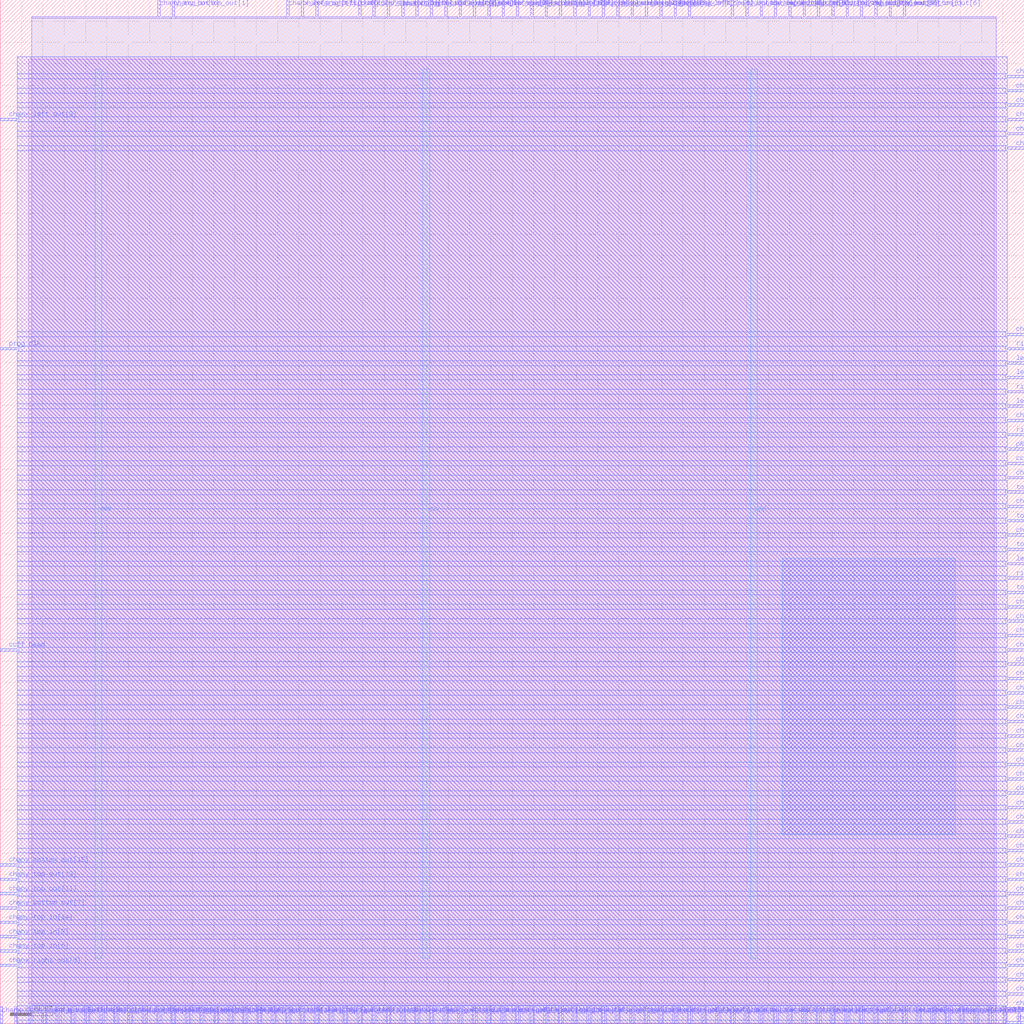
<source format=lef>
VERSION 5.7 ;
  NOWIREEXTENSIONATPIN ON ;
  DIVIDERCHAR "/" ;
  BUSBITCHARS "[]" ;
MACRO sb_1__1_
  CLASS BLOCK ;
  FOREIGN sb_1__1_ ;
  ORIGIN 0.000 0.000 ;
  SIZE 240.000 BY 240.000 ;
  PIN bottom_left_grid_right_width_0_height_0_subtile_0__pin_O_1_
    DIRECTION INPUT ;
    USE SIGNAL ;
    PORT
      LAYER Metal2 ;
        RECT 235.200 0.000 235.760 4.000 ;
    END
  END bottom_left_grid_right_width_0_height_0_subtile_0__pin_O_1_
  PIN bottom_left_grid_right_width_0_height_0_subtile_0__pin_O_5_
    DIRECTION INPUT ;
    USE SIGNAL ;
    PORT
      LAYER Metal2 ;
        RECT 20.160 0.000 20.720 4.000 ;
    END
  END bottom_left_grid_right_width_0_height_0_subtile_0__pin_O_5_
  PIN bottom_right_grid_left_width_0_height_0_subtile_0__pin_O_3_
    DIRECTION INPUT ;
    USE SIGNAL ;
    PORT
      LAYER Metal2 ;
        RECT 215.040 0.000 215.600 4.000 ;
    END
  END bottom_right_grid_left_width_0_height_0_subtile_0__pin_O_3_
  PIN bottom_right_grid_left_width_0_height_0_subtile_0__pin_O_7_
    DIRECTION INPUT ;
    USE SIGNAL ;
    PORT
      LAYER Metal2 ;
        RECT 3.360 0.000 3.920 4.000 ;
    END
  END bottom_right_grid_left_width_0_height_0_subtile_0__pin_O_7_
  PIN ccff_head
    DIRECTION INPUT ;
    USE SIGNAL ;
    ANTENNAGATEAREA 0.741000 ;
    ANTENNADIFFAREA 0.410400 ;
    PORT
      LAYER Metal3 ;
        RECT 0.000 87.360 4.000 87.920 ;
    END
  END ccff_head
  PIN ccff_tail
    DIRECTION OUTPUT TRISTATE ;
    USE SIGNAL ;
    ANTENNADIFFAREA 2.080400 ;
    PORT
      LAYER Metal3 ;
        RECT 236.000 131.040 240.000 131.600 ;
    END
  END ccff_tail
  PIN chanx_left_in[0]
    DIRECTION INPUT ;
    USE SIGNAL ;
    ANTENNAGATEAREA 0.741000 ;
    ANTENNADIFFAREA 0.410400 ;
    PORT
      LAYER Metal2 ;
        RECT 208.320 0.000 208.880 4.000 ;
    END
  END chanx_left_in[0]
  PIN chanx_left_in[10]
    DIRECTION INPUT ;
    USE SIGNAL ;
    ANTENNAGATEAREA 0.741000 ;
    ANTENNADIFFAREA 0.410400 ;
    PORT
      LAYER Metal2 ;
        RECT 137.760 0.000 138.320 4.000 ;
    END
  END chanx_left_in[10]
  PIN chanx_left_in[11]
    DIRECTION INPUT ;
    USE SIGNAL ;
    PORT
      LAYER Metal2 ;
        RECT 0.000 0.000 0.560 4.000 ;
    END
  END chanx_left_in[11]
  PIN chanx_left_in[12]
    DIRECTION INPUT ;
    USE SIGNAL ;
    ANTENNAGATEAREA 0.741000 ;
    ANTENNADIFFAREA 0.410400 ;
    PORT
      LAYER Metal2 ;
        RECT 33.600 0.000 34.160 4.000 ;
    END
  END chanx_left_in[12]
  PIN chanx_left_in[13]
    DIRECTION INPUT ;
    USE SIGNAL ;
    ANTENNAGATEAREA 0.741000 ;
    ANTENNADIFFAREA 0.410400 ;
    PORT
      LAYER Metal2 ;
        RECT 67.200 0.000 67.760 4.000 ;
    END
  END chanx_left_in[13]
  PIN chanx_left_in[14]
    DIRECTION INPUT ;
    USE SIGNAL ;
    ANTENNAGATEAREA 0.741000 ;
    ANTENNADIFFAREA 0.410400 ;
    PORT
      LAYER Metal2 ;
        RECT 84.000 0.000 84.560 4.000 ;
    END
  END chanx_left_in[14]
  PIN chanx_left_in[15]
    DIRECTION INPUT ;
    USE SIGNAL ;
    PORT
      LAYER Metal2 ;
        RECT 225.120 0.000 225.680 4.000 ;
    END
  END chanx_left_in[15]
  PIN chanx_left_in[16]
    DIRECTION INPUT ;
    USE SIGNAL ;
    ANTENNAGATEAREA 0.741000 ;
    ANTENNADIFFAREA 0.410400 ;
    PORT
      LAYER Metal2 ;
        RECT 120.960 236.000 121.520 240.000 ;
    END
  END chanx_left_in[16]
  PIN chanx_left_in[17]
    DIRECTION INPUT ;
    USE SIGNAL ;
    ANTENNAGATEAREA 0.741000 ;
    ANTENNADIFFAREA 0.410400 ;
    PORT
      LAYER Metal2 ;
        RECT 67.200 236.000 67.760 240.000 ;
    END
  END chanx_left_in[17]
  PIN chanx_left_in[18]
    DIRECTION INPUT ;
    USE SIGNAL ;
    ANTENNAGATEAREA 0.741000 ;
    ANTENNADIFFAREA 0.410400 ;
    PORT
      LAYER Metal2 ;
        RECT 57.120 0.000 57.680 4.000 ;
    END
  END chanx_left_in[18]
  PIN chanx_left_in[19]
    DIRECTION INPUT ;
    USE SIGNAL ;
    PORT
      LAYER Metal2 ;
        RECT 26.880 0.000 27.440 4.000 ;
    END
  END chanx_left_in[19]
  PIN chanx_left_in[1]
    DIRECTION INPUT ;
    USE SIGNAL ;
    ANTENNAGATEAREA 0.741000 ;
    ANTENNADIFFAREA 0.410400 ;
    PORT
      LAYER Metal2 ;
        RECT 94.080 0.000 94.640 4.000 ;
    END
  END chanx_left_in[1]
  PIN chanx_left_in[2]
    DIRECTION INPUT ;
    USE SIGNAL ;
    ANTENNAGATEAREA 0.741000 ;
    ANTENNADIFFAREA 0.410400 ;
    PORT
      LAYER Metal2 ;
        RECT 70.560 0.000 71.120 4.000 ;
    END
  END chanx_left_in[2]
  PIN chanx_left_in[3]
    DIRECTION INPUT ;
    USE SIGNAL ;
    PORT
      LAYER Metal2 ;
        RECT 238.560 0.000 239.120 4.000 ;
    END
  END chanx_left_in[3]
  PIN chanx_left_in[4]
    DIRECTION INPUT ;
    USE SIGNAL ;
    ANTENNAGATEAREA 0.741000 ;
    ANTENNADIFFAREA 0.410400 ;
    PORT
      LAYER Metal2 ;
        RECT 134.400 236.000 134.960 240.000 ;
    END
  END chanx_left_in[4]
  PIN chanx_left_in[5]
    DIRECTION INPUT ;
    USE SIGNAL ;
    ANTENNAGATEAREA 0.741000 ;
    ANTENNADIFFAREA 0.410400 ;
    PORT
      LAYER Metal2 ;
        RECT 53.760 0.000 54.320 4.000 ;
    END
  END chanx_left_in[5]
  PIN chanx_left_in[6]
    DIRECTION INPUT ;
    USE SIGNAL ;
    ANTENNAGATEAREA 0.741000 ;
    ANTENNADIFFAREA 0.410400 ;
    PORT
      LAYER Metal2 ;
        RECT 161.280 236.000 161.840 240.000 ;
    END
  END chanx_left_in[6]
  PIN chanx_left_in[7]
    DIRECTION INPUT ;
    USE SIGNAL ;
    PORT
      LAYER Metal2 ;
        RECT 6.720 0.000 7.280 4.000 ;
    END
  END chanx_left_in[7]
  PIN chanx_left_in[8]
    DIRECTION INPUT ;
    USE SIGNAL ;
    ANTENNAGATEAREA 0.741000 ;
    ANTENNADIFFAREA 0.410400 ;
    PORT
      LAYER Metal2 ;
        RECT 151.200 236.000 151.760 240.000 ;
    END
  END chanx_left_in[8]
  PIN chanx_left_in[9]
    DIRECTION INPUT ;
    USE SIGNAL ;
    ANTENNAGATEAREA 0.741000 ;
    ANTENNADIFFAREA 0.410400 ;
    PORT
      LAYER Metal2 ;
        RECT 114.240 236.000 114.800 240.000 ;
    END
  END chanx_left_in[9]
  PIN chanx_left_out[0]
    DIRECTION OUTPUT TRISTATE ;
    USE SIGNAL ;
    ANTENNADIFFAREA 0.360800 ;
    PORT
      LAYER Metal2 ;
        RECT 50.400 0.000 50.960 4.000 ;
    END
  END chanx_left_out[0]
  PIN chanx_left_out[10]
    DIRECTION OUTPUT TRISTATE ;
    USE SIGNAL ;
    ANTENNADIFFAREA 2.080400 ;
    PORT
      LAYER Metal2 ;
        RECT 104.160 0.000 104.720 4.000 ;
    END
  END chanx_left_out[10]
  PIN chanx_left_out[11]
    DIRECTION OUTPUT TRISTATE ;
    USE SIGNAL ;
    ANTENNADIFFAREA 2.080400 ;
    PORT
      LAYER Metal2 ;
        RECT 84.000 236.000 84.560 240.000 ;
    END
  END chanx_left_out[11]
  PIN chanx_left_out[12]
    DIRECTION OUTPUT TRISTATE ;
    USE SIGNAL ;
    ANTENNADIFFAREA 0.360800 ;
    PORT
      LAYER Metal2 ;
        RECT 90.720 0.000 91.280 4.000 ;
    END
  END chanx_left_out[12]
  PIN chanx_left_out[13]
    DIRECTION OUTPUT TRISTATE ;
    USE SIGNAL ;
    ANTENNADIFFAREA 2.080400 ;
    PORT
      LAYER Metal2 ;
        RECT 36.960 0.000 37.520 4.000 ;
    END
  END chanx_left_out[13]
  PIN chanx_left_out[14]
    DIRECTION OUTPUT TRISTATE ;
    USE SIGNAL ;
    ANTENNADIFFAREA 2.080400 ;
    PORT
      LAYER Metal3 ;
        RECT 236.000 221.760 240.000 222.320 ;
    END
  END chanx_left_out[14]
  PIN chanx_left_out[15]
    DIRECTION OUTPUT TRISTATE ;
    USE SIGNAL ;
    ANTENNADIFFAREA 2.080400 ;
    PORT
      LAYER Metal2 ;
        RECT 204.960 0.000 205.520 4.000 ;
    END
  END chanx_left_out[15]
  PIN chanx_left_out[16]
    DIRECTION OUTPUT TRISTATE ;
    USE SIGNAL ;
    ANTENNADIFFAREA 0.360800 ;
    PORT
      LAYER Metal2 ;
        RECT 73.920 236.000 74.480 240.000 ;
    END
  END chanx_left_out[16]
  PIN chanx_left_out[17]
    DIRECTION OUTPUT TRISTATE ;
    USE SIGNAL ;
    ANTENNADIFFAREA 2.080400 ;
    PORT
      LAYER Metal2 ;
        RECT 194.880 0.000 195.440 4.000 ;
    END
  END chanx_left_out[17]
  PIN chanx_left_out[18]
    DIRECTION OUTPUT TRISTATE ;
    USE SIGNAL ;
    ANTENNADIFFAREA 2.080400 ;
    PORT
      LAYER Metal2 ;
        RECT 161.280 0.000 161.840 4.000 ;
    END
  END chanx_left_out[18]
  PIN chanx_left_out[19]
    DIRECTION OUTPUT TRISTATE ;
    USE SIGNAL ;
    ANTENNADIFFAREA 2.080400 ;
    PORT
      LAYER Metal2 ;
        RECT 107.520 0.000 108.080 4.000 ;
    END
  END chanx_left_out[19]
  PIN chanx_left_out[1]
    DIRECTION OUTPUT TRISTATE ;
    USE SIGNAL ;
    ANTENNADIFFAREA 1.986000 ;
    PORT
      LAYER Metal3 ;
        RECT 236.000 215.040 240.000 215.600 ;
    END
  END chanx_left_out[1]
  PIN chanx_left_out[2]
    DIRECTION OUTPUT TRISTATE ;
    USE SIGNAL ;
    ANTENNADIFFAREA 2.080400 ;
    PORT
      LAYER Metal2 ;
        RECT 131.040 0.000 131.600 4.000 ;
    END
  END chanx_left_out[2]
  PIN chanx_left_out[3]
    DIRECTION OUTPUT TRISTATE ;
    USE SIGNAL ;
    ANTENNADIFFAREA 2.080400 ;
    PORT
      LAYER Metal2 ;
        RECT 147.840 0.000 148.400 4.000 ;
    END
  END chanx_left_out[3]
  PIN chanx_left_out[4]
    DIRECTION OUTPUT TRISTATE ;
    USE SIGNAL ;
    ANTENNADIFFAREA 0.360800 ;
    PORT
      LAYER Metal3 ;
        RECT 236.000 13.440 240.000 14.000 ;
    END
  END chanx_left_out[4]
  PIN chanx_left_out[5]
    DIRECTION OUTPUT TRISTATE ;
    USE SIGNAL ;
    ANTENNADIFFAREA 1.986000 ;
    PORT
      LAYER Metal2 ;
        RECT 100.800 236.000 101.360 240.000 ;
    END
  END chanx_left_out[5]
  PIN chanx_left_out[6]
    DIRECTION OUTPUT TRISTATE ;
    USE SIGNAL ;
    ANTENNADIFFAREA 2.080400 ;
    PORT
      LAYER Metal2 ;
        RECT 181.440 0.000 182.000 4.000 ;
    END
  END chanx_left_out[6]
  PIN chanx_left_out[7]
    DIRECTION OUTPUT TRISTATE ;
    USE SIGNAL ;
    ANTENNADIFFAREA 2.080400 ;
    PORT
      LAYER Metal2 ;
        RECT 120.960 0.000 121.520 4.000 ;
    END
  END chanx_left_out[7]
  PIN chanx_left_out[8]
    DIRECTION OUTPUT TRISTATE ;
    USE SIGNAL ;
    ANTENNADIFFAREA 0.360800 ;
    PORT
      LAYER Metal3 ;
        RECT 0.000 211.680 4.000 212.240 ;
    END
  END chanx_left_out[8]
  PIN chanx_left_out[9]
    DIRECTION OUTPUT TRISTATE ;
    USE SIGNAL ;
    ANTENNADIFFAREA 2.080400 ;
    PORT
      LAYER Metal2 ;
        RECT 131.040 236.000 131.600 240.000 ;
    END
  END chanx_left_out[9]
  PIN chanx_right_in[0]
    DIRECTION INPUT ;
    USE SIGNAL ;
    ANTENNAGATEAREA 0.741000 ;
    ANTENNADIFFAREA 0.410400 ;
    PORT
      LAYER Metal3 ;
        RECT 236.000 204.960 240.000 205.520 ;
    END
  END chanx_right_in[0]
  PIN chanx_right_in[10]
    DIRECTION INPUT ;
    USE SIGNAL ;
    ANTENNAGATEAREA 0.741000 ;
    ANTENNADIFFAREA 0.410400 ;
    PORT
      LAYER Metal2 ;
        RECT 94.080 236.000 94.640 240.000 ;
    END
  END chanx_right_in[10]
  PIN chanx_right_in[11]
    DIRECTION INPUT ;
    USE SIGNAL ;
    PORT
      LAYER Metal2 ;
        RECT 231.840 0.000 232.400 4.000 ;
    END
  END chanx_right_in[11]
  PIN chanx_right_in[12]
    DIRECTION INPUT ;
    USE SIGNAL ;
    ANTENNAGATEAREA 0.741000 ;
    ANTENNADIFFAREA 0.410400 ;
    PORT
      LAYER Metal2 ;
        RECT 117.600 0.000 118.160 4.000 ;
    END
  END chanx_right_in[12]
  PIN chanx_right_in[13]
    DIRECTION INPUT ;
    USE SIGNAL ;
    ANTENNAGATEAREA 0.741000 ;
    ANTENNADIFFAREA 0.410400 ;
    PORT
      LAYER Metal3 ;
        RECT 236.000 218.400 240.000 218.960 ;
    END
  END chanx_right_in[13]
  PIN chanx_right_in[14]
    DIRECTION INPUT ;
    USE SIGNAL ;
    ANTENNAGATEAREA 0.741000 ;
    ANTENNADIFFAREA 0.410400 ;
    PORT
      LAYER Metal2 ;
        RECT 198.240 0.000 198.800 4.000 ;
    END
  END chanx_right_in[14]
  PIN chanx_right_in[15]
    DIRECTION INPUT ;
    USE SIGNAL ;
    PORT
      LAYER Metal2 ;
        RECT 221.760 0.000 222.320 4.000 ;
    END
  END chanx_right_in[15]
  PIN chanx_right_in[16]
    DIRECTION INPUT ;
    USE SIGNAL ;
    ANTENNAGATEAREA 0.741000 ;
    ANTENNADIFFAREA 0.410400 ;
    PORT
      LAYER Metal2 ;
        RECT 188.160 0.000 188.720 4.000 ;
    END
  END chanx_right_in[16]
  PIN chanx_right_in[17]
    DIRECTION INPUT ;
    USE SIGNAL ;
    ANTENNAGATEAREA 0.741000 ;
    ANTENNADIFFAREA 0.410400 ;
    PORT
      LAYER Metal2 ;
        RECT 157.920 0.000 158.480 4.000 ;
    END
  END chanx_right_in[17]
  PIN chanx_right_in[18]
    DIRECTION INPUT ;
    USE SIGNAL ;
    ANTENNAGATEAREA 0.741000 ;
    ANTENNADIFFAREA 0.410400 ;
    PORT
      LAYER Metal2 ;
        RECT 114.240 0.000 114.800 4.000 ;
    END
  END chanx_right_in[18]
  PIN chanx_right_in[19]
    DIRECTION INPUT ;
    USE SIGNAL ;
    PORT
      LAYER Metal2 ;
        RECT 218.400 0.000 218.960 4.000 ;
    END
  END chanx_right_in[19]
  PIN chanx_right_in[1]
    DIRECTION INPUT ;
    USE SIGNAL ;
    ANTENNAGATEAREA 0.741000 ;
    ANTENNADIFFAREA 0.410400 ;
    PORT
      LAYER Metal2 ;
        RECT 127.680 0.000 128.240 4.000 ;
    END
  END chanx_right_in[1]
  PIN chanx_right_in[2]
    DIRECTION INPUT ;
    USE SIGNAL ;
    ANTENNAGATEAREA 0.741000 ;
    ANTENNADIFFAREA 0.410400 ;
    PORT
      LAYER Metal2 ;
        RECT 154.560 0.000 155.120 4.000 ;
    END
  END chanx_right_in[2]
  PIN chanx_right_in[3]
    DIRECTION INPUT ;
    USE SIGNAL ;
    PORT
      LAYER Metal2 ;
        RECT 13.440 0.000 14.000 4.000 ;
    END
  END chanx_right_in[3]
  PIN chanx_right_in[4]
    DIRECTION INPUT ;
    USE SIGNAL ;
    ANTENNAGATEAREA 0.741000 ;
    ANTENNADIFFAREA 0.410400 ;
    PORT
      LAYER Metal2 ;
        RECT 104.160 236.000 104.720 240.000 ;
    END
  END chanx_right_in[4]
  PIN chanx_right_in[5]
    DIRECTION INPUT ;
    USE SIGNAL ;
    ANTENNAGATEAREA 0.741000 ;
    ANTENNADIFFAREA 0.410400 ;
    PORT
      LAYER Metal2 ;
        RECT 164.640 0.000 165.200 4.000 ;
    END
  END chanx_right_in[5]
  PIN chanx_right_in[6]
    DIRECTION INPUT ;
    USE SIGNAL ;
    ANTENNAGATEAREA 0.741000 ;
    ANTENNADIFFAREA 0.410400 ;
    PORT
      LAYER Metal2 ;
        RECT 47.040 0.000 47.600 4.000 ;
    END
  END chanx_right_in[6]
  PIN chanx_right_in[7]
    DIRECTION INPUT ;
    USE SIGNAL ;
    PORT
      LAYER Metal2 ;
        RECT 211.680 0.000 212.240 4.000 ;
    END
  END chanx_right_in[7]
  PIN chanx_right_in[8]
    DIRECTION INPUT ;
    USE SIGNAL ;
    ANTENNAGATEAREA 0.741000 ;
    ANTENNADIFFAREA 0.410400 ;
    PORT
      LAYER Metal2 ;
        RECT 127.680 236.000 128.240 240.000 ;
    END
  END chanx_right_in[8]
  PIN chanx_right_in[9]
    DIRECTION INPUT ;
    USE SIGNAL ;
    ANTENNAGATEAREA 0.741000 ;
    ANTENNADIFFAREA 0.410400 ;
    PORT
      LAYER Metal2 ;
        RECT 97.440 0.000 98.000 4.000 ;
    END
  END chanx_right_in[9]
  PIN chanx_right_out[0]
    DIRECTION OUTPUT TRISTATE ;
    USE SIGNAL ;
    ANTENNADIFFAREA 0.360800 ;
    PORT
      LAYER Metal3 ;
        RECT 236.000 211.680 240.000 212.240 ;
    END
  END chanx_right_out[0]
  PIN chanx_right_out[10]
    DIRECTION OUTPUT TRISTATE ;
    USE SIGNAL ;
    ANTENNADIFFAREA 2.080400 ;
    PORT
      LAYER Metal2 ;
        RECT 117.600 236.000 118.160 240.000 ;
    END
  END chanx_right_out[10]
  PIN chanx_right_out[11]
    DIRECTION OUTPUT TRISTATE ;
    USE SIGNAL ;
    ANTENNADIFFAREA 2.080400 ;
    PORT
      LAYER Metal2 ;
        RECT 141.120 0.000 141.680 4.000 ;
    END
  END chanx_right_out[11]
  PIN chanx_right_out[12]
    DIRECTION OUTPUT TRISTATE ;
    USE SIGNAL ;
    ANTENNADIFFAREA 0.360800 ;
    PORT
      LAYER Metal2 ;
        RECT 144.480 236.000 145.040 240.000 ;
    END
  END chanx_right_out[12]
  PIN chanx_right_out[13]
    DIRECTION OUTPUT TRISTATE ;
    USE SIGNAL ;
    ANTENNADIFFAREA 2.080400 ;
    PORT
      LAYER Metal2 ;
        RECT 60.480 0.000 61.040 4.000 ;
    END
  END chanx_right_out[13]
  PIN chanx_right_out[14]
    DIRECTION OUTPUT TRISTATE ;
    USE SIGNAL ;
    ANTENNADIFFAREA 2.080400 ;
    PORT
      LAYER Metal2 ;
        RECT 73.920 0.000 74.480 4.000 ;
    END
  END chanx_right_out[14]
  PIN chanx_right_out[15]
    DIRECTION OUTPUT TRISTATE ;
    USE SIGNAL ;
    ANTENNADIFFAREA 2.080400 ;
    PORT
      LAYER Metal2 ;
        RECT 87.360 0.000 87.920 4.000 ;
    END
  END chanx_right_out[15]
  PIN chanx_right_out[16]
    DIRECTION OUTPUT TRISTATE ;
    USE SIGNAL ;
    ANTENNADIFFAREA 0.360800 ;
    PORT
      LAYER Metal3 ;
        RECT 236.000 20.160 240.000 20.720 ;
    END
  END chanx_right_out[16]
  PIN chanx_right_out[17]
    DIRECTION OUTPUT TRISTATE ;
    USE SIGNAL ;
    ANTENNADIFFAREA 2.080400 ;
    PORT
      LAYER Metal2 ;
        RECT 124.320 236.000 124.880 240.000 ;
    END
  END chanx_right_out[17]
  PIN chanx_right_out[18]
    DIRECTION OUTPUT TRISTATE ;
    USE SIGNAL ;
    ANTENNADIFFAREA 2.080400 ;
    PORT
      LAYER Metal2 ;
        RECT 70.560 236.000 71.120 240.000 ;
    END
  END chanx_right_out[18]
  PIN chanx_right_out[19]
    DIRECTION OUTPUT TRISTATE ;
    USE SIGNAL ;
    ANTENNADIFFAREA 2.080400 ;
    PORT
      LAYER Metal2 ;
        RECT 43.680 0.000 44.240 4.000 ;
    END
  END chanx_right_out[19]
  PIN chanx_right_out[1]
    DIRECTION OUTPUT TRISTATE ;
    USE SIGNAL ;
    ANTENNADIFFAREA 2.080400 ;
    PORT
      LAYER Metal2 ;
        RECT 124.320 0.000 124.880 4.000 ;
    END
  END chanx_right_out[1]
  PIN chanx_right_out[2]
    DIRECTION OUTPUT TRISTATE ;
    USE SIGNAL ;
    ANTENNADIFFAREA 2.080400 ;
    PORT
      LAYER Metal2 ;
        RECT 100.800 0.000 101.360 4.000 ;
    END
  END chanx_right_out[2]
  PIN chanx_right_out[3]
    DIRECTION OUTPUT TRISTATE ;
    USE SIGNAL ;
    ANTENNADIFFAREA 2.080400 ;
    PORT
      LAYER Metal2 ;
        RECT 77.280 0.000 77.840 4.000 ;
    END
  END chanx_right_out[3]
  PIN chanx_right_out[4]
    DIRECTION OUTPUT TRISTATE ;
    USE SIGNAL ;
    ANTENNADIFFAREA 0.360800 ;
    PORT
      LAYER Metal2 ;
        RECT 144.480 0.000 145.040 4.000 ;
    END
  END chanx_right_out[4]
  PIN chanx_right_out[5]
    DIRECTION OUTPUT TRISTATE ;
    USE SIGNAL ;
    ANTENNADIFFAREA 2.080400 ;
    PORT
      LAYER Metal2 ;
        RECT 147.840 236.000 148.400 240.000 ;
    END
  END chanx_right_out[5]
  PIN chanx_right_out[6]
    DIRECTION OUTPUT TRISTATE ;
    USE SIGNAL ;
    ANTENNADIFFAREA 2.080400 ;
    PORT
      LAYER Metal2 ;
        RECT 40.320 0.000 40.880 4.000 ;
    END
  END chanx_right_out[6]
  PIN chanx_right_out[7]
    DIRECTION OUTPUT TRISTATE ;
    USE SIGNAL ;
    ANTENNADIFFAREA 2.080400 ;
    PORT
      LAYER Metal2 ;
        RECT 137.760 236.000 138.320 240.000 ;
    END
  END chanx_right_out[7]
  PIN chanx_right_out[8]
    DIRECTION OUTPUT TRISTATE ;
    USE SIGNAL ;
    ANTENNADIFFAREA 0.360800 ;
    PORT
      LAYER Metal3 ;
        RECT 0.000 13.440 4.000 14.000 ;
    END
  END chanx_right_out[8]
  PIN chanx_right_out[9]
    DIRECTION OUTPUT TRISTATE ;
    USE SIGNAL ;
    ANTENNADIFFAREA 2.080400 ;
    PORT
      LAYER Metal2 ;
        RECT 154.560 236.000 155.120 240.000 ;
    END
  END chanx_right_out[9]
  PIN chany_bottom_in[0]
    DIRECTION INPUT ;
    USE SIGNAL ;
    ANTENNAGATEAREA 0.741000 ;
    ANTENNADIFFAREA 0.410400 ;
    PORT
      LAYER Metal2 ;
        RECT 171.360 236.000 171.920 240.000 ;
    END
  END chany_bottom_in[0]
  PIN chany_bottom_in[10]
    DIRECTION INPUT ;
    USE SIGNAL ;
    ANTENNAGATEAREA 0.741000 ;
    ANTENNADIFFAREA 0.410400 ;
    PORT
      LAYER Metal2 ;
        RECT 80.640 0.000 81.200 4.000 ;
    END
  END chany_bottom_in[10]
  PIN chany_bottom_in[11]
    DIRECTION INPUT ;
    USE SIGNAL ;
    PORT
      LAYER Metal2 ;
        RECT 16.800 0.000 17.360 4.000 ;
    END
  END chany_bottom_in[11]
  PIN chany_bottom_in[12]
    DIRECTION INPUT ;
    USE SIGNAL ;
    ANTENNAGATEAREA 0.741000 ;
    ANTENNADIFFAREA 0.410400 ;
    PORT
      LAYER Metal2 ;
        RECT 110.880 0.000 111.440 4.000 ;
    END
  END chany_bottom_in[12]
  PIN chany_bottom_in[13]
    DIRECTION INPUT ;
    USE SIGNAL ;
    ANTENNAGATEAREA 0.741000 ;
    ANTENNADIFFAREA 0.410400 ;
    PORT
      LAYER Metal2 ;
        RECT 171.360 0.000 171.920 4.000 ;
    END
  END chany_bottom_in[13]
  PIN chany_bottom_in[14]
    DIRECTION INPUT ;
    USE SIGNAL ;
    ANTENNAGATEAREA 0.741000 ;
    ANTENNADIFFAREA 0.410400 ;
    PORT
      LAYER Metal2 ;
        RECT 174.720 236.000 175.280 240.000 ;
    END
  END chany_bottom_in[14]
  PIN chany_bottom_in[15]
    DIRECTION INPUT ;
    USE SIGNAL ;
    PORT
      LAYER Metal2 ;
        RECT 30.240 0.000 30.800 4.000 ;
    END
  END chany_bottom_in[15]
  PIN chany_bottom_in[16]
    DIRECTION INPUT ;
    USE SIGNAL ;
    ANTENNAGATEAREA 0.741000 ;
    ANTENNADIFFAREA 0.410400 ;
    PORT
      LAYER Metal2 ;
        RECT 201.600 0.000 202.160 4.000 ;
    END
  END chany_bottom_in[16]
  PIN chany_bottom_in[17]
    DIRECTION INPUT ;
    USE SIGNAL ;
    ANTENNAGATEAREA 0.741000 ;
    ANTENNADIFFAREA 0.410400 ;
    PORT
      LAYER Metal3 ;
        RECT 236.000 97.440 240.000 98.000 ;
    END
  END chany_bottom_in[17]
  PIN chany_bottom_in[18]
    DIRECTION INPUT ;
    USE SIGNAL ;
    ANTENNAGATEAREA 0.741000 ;
    ANTENNADIFFAREA 0.410400 ;
    PORT
      LAYER Metal3 ;
        RECT 236.000 53.760 240.000 54.320 ;
    END
  END chany_bottom_in[18]
  PIN chany_bottom_in[19]
    DIRECTION INPUT ;
    USE SIGNAL ;
    PORT
      LAYER Metal2 ;
        RECT 228.480 0.000 229.040 4.000 ;
    END
  END chany_bottom_in[19]
  PIN chany_bottom_in[1]
    DIRECTION INPUT ;
    USE SIGNAL ;
    ANTENNAGATEAREA 0.741000 ;
    ANTENNADIFFAREA 0.410400 ;
    PORT
      LAYER Metal2 ;
        RECT 178.080 0.000 178.640 4.000 ;
    END
  END chany_bottom_in[1]
  PIN chany_bottom_in[2]
    DIRECTION INPUT ;
    USE SIGNAL ;
    ANTENNAGATEAREA 0.741000 ;
    ANTENNADIFFAREA 0.410400 ;
    PORT
      LAYER Metal2 ;
        RECT 168.000 0.000 168.560 4.000 ;
    END
  END chany_bottom_in[2]
  PIN chany_bottom_in[3]
    DIRECTION INPUT ;
    USE SIGNAL ;
    PORT
      LAYER Metal2 ;
        RECT 10.080 0.000 10.640 4.000 ;
    END
  END chany_bottom_in[3]
  PIN chany_bottom_in[4]
    DIRECTION INPUT ;
    USE SIGNAL ;
    ANTENNAGATEAREA 0.741000 ;
    ANTENNADIFFAREA 0.410400 ;
    PORT
      LAYER Metal2 ;
        RECT 151.200 0.000 151.760 4.000 ;
    END
  END chany_bottom_in[4]
  PIN chany_bottom_in[5]
    DIRECTION INPUT ;
    USE SIGNAL ;
    ANTENNAGATEAREA 0.741000 ;
    ANTENNADIFFAREA 0.410400 ;
    PORT
      LAYER Metal3 ;
        RECT 236.000 26.880 240.000 27.440 ;
    END
  END chany_bottom_in[5]
  PIN chany_bottom_in[6]
    DIRECTION INPUT ;
    USE SIGNAL ;
    ANTENNAGATEAREA 0.741000 ;
    ANTENNADIFFAREA 0.410400 ;
    PORT
      LAYER Metal2 ;
        RECT 208.320 236.000 208.880 240.000 ;
    END
  END chany_bottom_in[6]
  PIN chany_bottom_in[7]
    DIRECTION INPUT ;
    USE SIGNAL ;
    PORT
      LAYER Metal2 ;
        RECT 23.520 0.000 24.080 4.000 ;
    END
  END chany_bottom_in[7]
  PIN chany_bottom_in[8]
    DIRECTION INPUT ;
    USE SIGNAL ;
    ANTENNAGATEAREA 0.741000 ;
    ANTENNADIFFAREA 0.410400 ;
    PORT
      LAYER Metal2 ;
        RECT 134.400 0.000 134.960 4.000 ;
    END
  END chany_bottom_in[8]
  PIN chany_bottom_in[9]
    DIRECTION INPUT ;
    USE SIGNAL ;
    ANTENNAGATEAREA 0.741000 ;
    ANTENNADIFFAREA 0.410400 ;
    PORT
      LAYER Metal2 ;
        RECT 191.520 0.000 192.080 4.000 ;
    END
  END chany_bottom_in[9]
  PIN chany_bottom_out[0]
    DIRECTION OUTPUT TRISTATE ;
    USE SIGNAL ;
    ANTENNADIFFAREA 0.360800 ;
    PORT
      LAYER Metal2 ;
        RECT 174.720 0.000 175.280 4.000 ;
    END
  END chany_bottom_out[0]
  PIN chany_bottom_out[10]
    DIRECTION OUTPUT TRISTATE ;
    USE SIGNAL ;
    ANTENNADIFFAREA 2.080400 ;
    PORT
      LAYER Metal2 ;
        RECT 63.840 0.000 64.400 4.000 ;
    END
  END chany_bottom_out[10]
  PIN chany_bottom_out[11]
    DIRECTION OUTPUT TRISTATE ;
    USE SIGNAL ;
    ANTENNADIFFAREA 2.080400 ;
    PORT
      LAYER Metal2 ;
        RECT 194.880 236.000 195.440 240.000 ;
    END
  END chany_bottom_out[11]
  PIN chany_bottom_out[12]
    DIRECTION OUTPUT TRISTATE ;
    USE SIGNAL ;
    ANTENNADIFFAREA 0.360800 ;
    PORT
      LAYER Metal3 ;
        RECT 236.000 23.520 240.000 24.080 ;
    END
  END chany_bottom_out[12]
  PIN chany_bottom_out[13]
    DIRECTION OUTPUT TRISTATE ;
    USE SIGNAL ;
    ANTENNADIFFAREA 2.080400 ;
    PORT
      LAYER Metal2 ;
        RECT 141.120 236.000 141.680 240.000 ;
    END
  END chany_bottom_out[13]
  PIN chany_bottom_out[14]
    DIRECTION OUTPUT TRISTATE ;
    USE SIGNAL ;
    ANTENNADIFFAREA 2.080400 ;
    PORT
      LAYER Metal2 ;
        RECT 184.800 0.000 185.360 4.000 ;
    END
  END chany_bottom_out[14]
  PIN chany_bottom_out[15]
    DIRECTION OUTPUT TRISTATE ;
    USE SIGNAL ;
    ANTENNADIFFAREA 1.986000 ;
    PORT
      LAYER Metal3 ;
        RECT 0.000 36.960 4.000 37.520 ;
    END
  END chany_bottom_out[15]
  PIN chany_bottom_out[16]
    DIRECTION OUTPUT TRISTATE ;
    USE SIGNAL ;
    ANTENNADIFFAREA 0.360800 ;
    PORT
      LAYER Metal3 ;
        RECT 236.000 6.720 240.000 7.280 ;
    END
  END chany_bottom_out[16]
  PIN chany_bottom_out[17]
    DIRECTION OUTPUT TRISTATE ;
    USE SIGNAL ;
    ANTENNADIFFAREA 1.986000 ;
    PORT
      LAYER Metal3 ;
        RECT 236.000 70.560 240.000 71.120 ;
    END
  END chany_bottom_out[17]
  PIN chany_bottom_out[18]
    DIRECTION OUTPUT TRISTATE ;
    USE SIGNAL ;
    ANTENNADIFFAREA 2.080400 ;
    PORT
      LAYER Metal3 ;
        RECT 236.000 77.280 240.000 77.840 ;
    END
  END chany_bottom_out[18]
  PIN chany_bottom_out[19]
    DIRECTION OUTPUT TRISTATE ;
    USE SIGNAL ;
    ANTENNADIFFAREA 1.986000 ;
    PORT
      LAYER Metal2 ;
        RECT 97.440 236.000 98.000 240.000 ;
    END
  END chany_bottom_out[19]
  PIN chany_bottom_out[1]
    DIRECTION OUTPUT TRISTATE ;
    USE SIGNAL ;
    ANTENNADIFFAREA 2.080400 ;
    PORT
      LAYER Metal2 ;
        RECT 40.320 236.000 40.880 240.000 ;
    END
  END chany_bottom_out[1]
  PIN chany_bottom_out[2]
    DIRECTION OUTPUT TRISTATE ;
    USE SIGNAL ;
    ANTENNADIFFAREA 2.080400 ;
    PORT
      LAYER Metal2 ;
        RECT 110.880 236.000 111.440 240.000 ;
    END
  END chany_bottom_out[2]
  PIN chany_bottom_out[3]
    DIRECTION OUTPUT TRISTATE ;
    USE SIGNAL ;
    ANTENNADIFFAREA 1.986000 ;
    PORT
      LAYER Metal3 ;
        RECT 236.000 90.720 240.000 91.280 ;
    END
  END chany_bottom_out[3]
  PIN chany_bottom_out[4]
    DIRECTION OUTPUT TRISTATE ;
    USE SIGNAL ;
    ANTENNADIFFAREA 0.360800 ;
    PORT
      LAYER Metal3 ;
        RECT 236.000 3.360 240.000 3.920 ;
    END
  END chany_bottom_out[4]
  PIN chany_bottom_out[5]
    DIRECTION OUTPUT TRISTATE ;
    USE SIGNAL ;
    ANTENNADIFFAREA 2.080400 ;
    PORT
      LAYER Metal3 ;
        RECT 236.000 67.200 240.000 67.760 ;
    END
  END chany_bottom_out[5]
  PIN chany_bottom_out[6]
    DIRECTION OUTPUT TRISTATE ;
    USE SIGNAL ;
    ANTENNADIFFAREA 2.080400 ;
    PORT
      LAYER Metal2 ;
        RECT 211.680 236.000 212.240 240.000 ;
    END
  END chany_bottom_out[6]
  PIN chany_bottom_out[7]
    DIRECTION OUTPUT TRISTATE ;
    USE SIGNAL ;
    ANTENNADIFFAREA 1.986000 ;
    PORT
      LAYER Metal3 ;
        RECT 0.000 26.880 4.000 27.440 ;
    END
  END chany_bottom_out[7]
  PIN chany_bottom_out[8]
    DIRECTION OUTPUT TRISTATE ;
    USE SIGNAL ;
    ANTENNADIFFAREA 0.360800 ;
    PORT
      LAYER Metal3 ;
        RECT 236.000 208.320 240.000 208.880 ;
    END
  END chany_bottom_out[8]
  PIN chany_bottom_out[9]
    DIRECTION OUTPUT TRISTATE ;
    USE SIGNAL ;
    ANTENNADIFFAREA 2.080400 ;
    PORT
      LAYER Metal2 ;
        RECT 201.600 236.000 202.160 240.000 ;
    END
  END chany_bottom_out[9]
  PIN chany_top_in[0]
    DIRECTION INPUT ;
    USE SIGNAL ;
    ANTENNAGATEAREA 0.741000 ;
    ANTENNADIFFAREA 0.410400 ;
    PORT
      LAYER Metal2 ;
        RECT 36.960 236.000 37.520 240.000 ;
    END
  END chany_top_in[0]
  PIN chany_top_in[10]
    DIRECTION INPUT ;
    USE SIGNAL ;
    ANTENNAGATEAREA 0.741000 ;
    ANTENNADIFFAREA 0.410400 ;
    PORT
      LAYER Metal2 ;
        RECT 191.520 236.000 192.080 240.000 ;
    END
  END chany_top_in[10]
  PIN chany_top_in[11]
    DIRECTION INPUT ;
    USE SIGNAL ;
    PORT
      LAYER Metal3 ;
        RECT 236.000 120.960 240.000 121.520 ;
    END
  END chany_top_in[11]
  PIN chany_top_in[12]
    DIRECTION INPUT ;
    USE SIGNAL ;
    ANTENNAGATEAREA 0.741000 ;
    ANTENNADIFFAREA 0.410400 ;
    PORT
      LAYER Metal2 ;
        RECT 157.920 236.000 158.480 240.000 ;
    END
  END chany_top_in[12]
  PIN chany_top_in[13]
    DIRECTION INPUT ;
    USE SIGNAL ;
    ANTENNAGATEAREA 0.741000 ;
    ANTENNADIFFAREA 0.410400 ;
    PORT
      LAYER Metal3 ;
        RECT 236.000 47.040 240.000 47.600 ;
    END
  END chany_top_in[13]
  PIN chany_top_in[14]
    DIRECTION INPUT ;
    USE SIGNAL ;
    ANTENNAGATEAREA 0.741000 ;
    ANTENNADIFFAREA 0.410400 ;
    PORT
      LAYER Metal3 ;
        RECT 0.000 23.520 4.000 24.080 ;
    END
  END chany_top_in[14]
  PIN chany_top_in[15]
    DIRECTION INPUT ;
    USE SIGNAL ;
    PORT
      LAYER Metal3 ;
        RECT 236.000 161.280 240.000 161.840 ;
    END
  END chany_top_in[15]
  PIN chany_top_in[16]
    DIRECTION INPUT ;
    USE SIGNAL ;
    ANTENNAGATEAREA 0.741000 ;
    ANTENNADIFFAREA 0.410400 ;
    PORT
      LAYER Metal3 ;
        RECT 236.000 63.840 240.000 64.400 ;
    END
  END chany_top_in[16]
  PIN chany_top_in[17]
    DIRECTION INPUT ;
    USE SIGNAL ;
    ANTENNAGATEAREA 0.741000 ;
    ANTENNADIFFAREA 0.410400 ;
    PORT
      LAYER Metal3 ;
        RECT 236.000 30.240 240.000 30.800 ;
    END
  END chany_top_in[17]
  PIN chany_top_in[18]
    DIRECTION INPUT ;
    USE SIGNAL ;
    ANTENNAGATEAREA 0.741000 ;
    ANTENNADIFFAREA 0.410400 ;
    PORT
      LAYER Metal2 ;
        RECT 90.720 236.000 91.280 240.000 ;
    END
  END chany_top_in[18]
  PIN chany_top_in[19]
    DIRECTION INPUT ;
    USE SIGNAL ;
    PORT
      LAYER Metal3 ;
        RECT 236.000 127.680 240.000 128.240 ;
    END
  END chany_top_in[19]
  PIN chany_top_in[1]
    DIRECTION INPUT ;
    USE SIGNAL ;
    ANTENNAGATEAREA 0.741000 ;
    ANTENNADIFFAREA 0.410400 ;
    PORT
      LAYER Metal2 ;
        RECT 107.520 236.000 108.080 240.000 ;
    END
  END chany_top_in[1]
  PIN chany_top_in[2]
    DIRECTION INPUT ;
    USE SIGNAL ;
    ANTENNAGATEAREA 0.741000 ;
    ANTENNADIFFAREA 0.410400 ;
    PORT
      LAYER Metal3 ;
        RECT 236.000 50.400 240.000 50.960 ;
    END
  END chany_top_in[2]
  PIN chany_top_in[3]
    DIRECTION INPUT ;
    USE SIGNAL ;
    PORT
      LAYER Metal3 ;
        RECT 236.000 114.240 240.000 114.800 ;
    END
  END chany_top_in[3]
  PIN chany_top_in[4]
    DIRECTION INPUT ;
    USE SIGNAL ;
    ANTENNAGATEAREA 0.741000 ;
    ANTENNADIFFAREA 0.410400 ;
    PORT
      LAYER Metal3 ;
        RECT 236.000 43.680 240.000 44.240 ;
    END
  END chany_top_in[4]
  PIN chany_top_in[5]
    DIRECTION INPUT ;
    USE SIGNAL ;
    ANTENNAGATEAREA 0.741000 ;
    ANTENNADIFFAREA 0.410400 ;
    PORT
      LAYER Metal2 ;
        RECT 184.800 236.000 185.360 240.000 ;
    END
  END chany_top_in[5]
  PIN chany_top_in[6]
    DIRECTION INPUT ;
    USE SIGNAL ;
    ANTENNAGATEAREA 0.741000 ;
    ANTENNADIFFAREA 0.410400 ;
    PORT
      LAYER Metal3 ;
        RECT 0.000 16.800 4.000 17.360 ;
    END
  END chany_top_in[6]
  PIN chany_top_in[7]
    DIRECTION INPUT ;
    USE SIGNAL ;
    PORT
      LAYER Metal3 ;
        RECT 236.000 141.120 240.000 141.680 ;
    END
  END chany_top_in[7]
  PIN chany_top_in[8]
    DIRECTION INPUT ;
    USE SIGNAL ;
    ANTENNAGATEAREA 0.741000 ;
    ANTENNADIFFAREA 0.410400 ;
    PORT
      LAYER Metal2 ;
        RECT 198.240 236.000 198.800 240.000 ;
    END
  END chany_top_in[8]
  PIN chany_top_in[9]
    DIRECTION INPUT ;
    USE SIGNAL ;
    ANTENNAGATEAREA 0.741000 ;
    ANTENNADIFFAREA 0.410400 ;
    PORT
      LAYER Metal3 ;
        RECT 0.000 20.160 4.000 20.720 ;
    END
  END chany_top_in[9]
  PIN chany_top_out[0]
    DIRECTION OUTPUT TRISTATE ;
    USE SIGNAL ;
    ANTENNADIFFAREA 0.360800 ;
    PORT
      LAYER Metal2 ;
        RECT 87.360 236.000 87.920 240.000 ;
    END
  END chany_top_out[0]
  PIN chany_top_out[10]
    DIRECTION OUTPUT TRISTATE ;
    USE SIGNAL ;
    ANTENNADIFFAREA 2.080400 ;
    PORT
      LAYER Metal3 ;
        RECT 236.000 36.960 240.000 37.520 ;
    END
  END chany_top_out[10]
  PIN chany_top_out[11]
    DIRECTION OUTPUT TRISTATE ;
    USE SIGNAL ;
    ANTENNADIFFAREA 1.986000 ;
    PORT
      LAYER Metal3 ;
        RECT 0.000 30.240 4.000 30.800 ;
    END
  END chany_top_out[11]
  PIN chany_top_out[12]
    DIRECTION OUTPUT TRISTATE ;
    USE SIGNAL ;
    ANTENNADIFFAREA 0.360800 ;
    PORT
      LAYER Metal3 ;
        RECT 236.000 16.800 240.000 17.360 ;
    END
  END chany_top_out[12]
  PIN chany_top_out[13]
    DIRECTION OUTPUT TRISTATE ;
    USE SIGNAL ;
    ANTENNADIFFAREA 1.986000 ;
    PORT
      LAYER Metal3 ;
        RECT 0.000 33.600 4.000 34.160 ;
    END
  END chany_top_out[13]
  PIN chany_top_out[14]
    DIRECTION OUTPUT TRISTATE ;
    USE SIGNAL ;
    ANTENNADIFFAREA 2.080400 ;
    PORT
      LAYER Metal3 ;
        RECT 236.000 60.480 240.000 61.040 ;
    END
  END chany_top_out[14]
  PIN chany_top_out[15]
    DIRECTION OUTPUT TRISTATE ;
    USE SIGNAL ;
    ANTENNADIFFAREA 2.080400 ;
    PORT
      LAYER Metal2 ;
        RECT 181.440 236.000 182.000 240.000 ;
    END
  END chany_top_out[15]
  PIN chany_top_out[16]
    DIRECTION OUTPUT TRISTATE ;
    USE SIGNAL ;
    ANTENNADIFFAREA 0.360800 ;
    PORT
      LAYER Metal3 ;
        RECT 236.000 0.000 240.000 0.560 ;
    END
  END chany_top_out[16]
  PIN chany_top_out[17]
    DIRECTION OUTPUT TRISTATE ;
    USE SIGNAL ;
    ANTENNADIFFAREA 2.080400 ;
    PORT
      LAYER Metal3 ;
        RECT 236.000 33.600 240.000 34.160 ;
    END
  END chany_top_out[17]
  PIN chany_top_out[18]
    DIRECTION OUTPUT TRISTATE ;
    USE SIGNAL ;
    ANTENNADIFFAREA 1.986000 ;
    PORT
      LAYER Metal3 ;
        RECT 236.000 87.360 240.000 87.920 ;
    END
  END chany_top_out[18]
  PIN chany_top_out[19]
    DIRECTION OUTPUT TRISTATE ;
    USE SIGNAL ;
    ANTENNADIFFAREA 1.986000 ;
    PORT
      LAYER Metal3 ;
        RECT 236.000 80.640 240.000 81.200 ;
    END
  END chany_top_out[19]
  PIN chany_top_out[1]
    DIRECTION OUTPUT TRISTATE ;
    USE SIGNAL ;
    ANTENNADIFFAREA 2.080400 ;
    PORT
      LAYER Metal2 ;
        RECT 188.160 236.000 188.720 240.000 ;
    END
  END chany_top_out[1]
  PIN chany_top_out[2]
    DIRECTION OUTPUT TRISTATE ;
    USE SIGNAL ;
    ANTENNADIFFAREA 2.080400 ;
    PORT
      LAYER Metal3 ;
        RECT 236.000 73.920 240.000 74.480 ;
    END
  END chany_top_out[2]
  PIN chany_top_out[3]
    DIRECTION OUTPUT TRISTATE ;
    USE SIGNAL ;
    ANTENNADIFFAREA 1.986000 ;
    PORT
      LAYER Metal3 ;
        RECT 236.000 40.320 240.000 40.880 ;
    END
  END chany_top_out[3]
  PIN chany_top_out[4]
    DIRECTION OUTPUT TRISTATE ;
    USE SIGNAL ;
    ANTENNADIFFAREA 0.360800 ;
    PORT
      LAYER Metal3 ;
        RECT 236.000 10.080 240.000 10.640 ;
    END
  END chany_top_out[4]
  PIN chany_top_out[5]
    DIRECTION OUTPUT TRISTATE ;
    USE SIGNAL ;
    ANTENNADIFFAREA 2.080400 ;
    PORT
      LAYER Metal3 ;
        RECT 236.000 57.120 240.000 57.680 ;
    END
  END chany_top_out[5]
  PIN chany_top_out[6]
    DIRECTION OUTPUT TRISTATE ;
    USE SIGNAL ;
    ANTENNADIFFAREA 1.986000 ;
    PORT
      LAYER Metal3 ;
        RECT 236.000 84.000 240.000 84.560 ;
    END
  END chany_top_out[6]
  PIN chany_top_out[7]
    DIRECTION OUTPUT TRISTATE ;
    USE SIGNAL ;
    ANTENNADIFFAREA 2.080400 ;
    PORT
      LAYER Metal2 ;
        RECT 204.960 236.000 205.520 240.000 ;
    END
  END chany_top_out[7]
  PIN chany_top_out[8]
    DIRECTION OUTPUT TRISTATE ;
    USE SIGNAL ;
    ANTENNADIFFAREA 0.360800 ;
    PORT
      LAYER Metal2 ;
        RECT 178.080 236.000 178.640 240.000 ;
    END
  END chany_top_out[8]
  PIN chany_top_out[9]
    DIRECTION OUTPUT TRISTATE ;
    USE SIGNAL ;
    ANTENNADIFFAREA 1.986000 ;
    PORT
      LAYER Metal3 ;
        RECT 236.000 94.080 240.000 94.640 ;
    END
  END chany_top_out[9]
  PIN left_bottom_grid_top_width_0_height_0_subtile_0__pin_O_0_
    DIRECTION INPUT ;
    USE SIGNAL ;
    PORT
      LAYER Metal3 ;
        RECT 236.000 107.520 240.000 108.080 ;
    END
  END left_bottom_grid_top_width_0_height_0_subtile_0__pin_O_0_
  PIN left_bottom_grid_top_width_0_height_0_subtile_0__pin_O_4_
    DIRECTION INPUT ;
    USE SIGNAL ;
    PORT
      LAYER Metal3 ;
        RECT 236.000 154.560 240.000 155.120 ;
    END
  END left_bottom_grid_top_width_0_height_0_subtile_0__pin_O_4_
  PIN left_top_grid_bottom_width_0_height_0_subtile_0__pin_O_2_
    DIRECTION INPUT ;
    USE SIGNAL ;
    PORT
      LAYER Metal3 ;
        RECT 236.000 151.200 240.000 151.760 ;
    END
  END left_top_grid_bottom_width_0_height_0_subtile_0__pin_O_2_
  PIN left_top_grid_bottom_width_0_height_0_subtile_0__pin_O_6_
    DIRECTION INPUT ;
    USE SIGNAL ;
    PORT
      LAYER Metal3 ;
        RECT 236.000 144.480 240.000 145.040 ;
    END
  END left_top_grid_bottom_width_0_height_0_subtile_0__pin_O_6_
  PIN pReset
    DIRECTION INPUT ;
    USE SIGNAL ;
    ANTENNAGATEAREA 0.498500 ;
    ANTENNADIFFAREA 0.410400 ;
    PORT
      LAYER Metal3 ;
        RECT 236.000 134.400 240.000 134.960 ;
    END
  END pReset
  PIN prog_clk
    DIRECTION INPUT ;
    USE SIGNAL ;
    ANTENNAGATEAREA 4.738000 ;
    ANTENNADIFFAREA 0.410400 ;
    PORT
      LAYER Metal3 ;
        RECT 0.000 157.920 4.000 158.480 ;
    END
  END prog_clk
  PIN right_bottom_grid_top_width_0_height_0_subtile_0__pin_O_0_
    DIRECTION INPUT ;
    USE SIGNAL ;
    PORT
      LAYER Metal3 ;
        RECT 236.000 157.920 240.000 158.480 ;
    END
  END right_bottom_grid_top_width_0_height_0_subtile_0__pin_O_0_
  PIN right_bottom_grid_top_width_0_height_0_subtile_0__pin_O_4_
    DIRECTION INPUT ;
    USE SIGNAL ;
    PORT
      LAYER Metal3 ;
        RECT 236.000 137.760 240.000 138.320 ;
    END
  END right_bottom_grid_top_width_0_height_0_subtile_0__pin_O_4_
  PIN right_top_grid_bottom_width_0_height_0_subtile_0__pin_O_2_
    DIRECTION INPUT ;
    USE SIGNAL ;
    PORT
      LAYER Metal3 ;
        RECT 236.000 147.840 240.000 148.400 ;
    END
  END right_top_grid_bottom_width_0_height_0_subtile_0__pin_O_2_
  PIN right_top_grid_bottom_width_0_height_0_subtile_0__pin_O_6_
    DIRECTION INPUT ;
    USE SIGNAL ;
    PORT
      LAYER Metal3 ;
        RECT 236.000 104.160 240.000 104.720 ;
    END
  END right_top_grid_bottom_width_0_height_0_subtile_0__pin_O_6_
  PIN top_left_grid_right_width_0_height_0_subtile_0__pin_O_1_
    DIRECTION INPUT ;
    USE SIGNAL ;
    PORT
      LAYER Metal3 ;
        RECT 236.000 110.880 240.000 111.440 ;
    END
  END top_left_grid_right_width_0_height_0_subtile_0__pin_O_1_
  PIN top_left_grid_right_width_0_height_0_subtile_0__pin_O_5_
    DIRECTION INPUT ;
    USE SIGNAL ;
    PORT
      LAYER Metal3 ;
        RECT 236.000 117.600 240.000 118.160 ;
    END
  END top_left_grid_right_width_0_height_0_subtile_0__pin_O_5_
  PIN top_right_grid_left_width_0_height_0_subtile_0__pin_O_3_
    DIRECTION INPUT ;
    USE SIGNAL ;
    PORT
      LAYER Metal3 ;
        RECT 236.000 100.800 240.000 101.360 ;
    END
  END top_right_grid_left_width_0_height_0_subtile_0__pin_O_3_
  PIN top_right_grid_left_width_0_height_0_subtile_0__pin_O_7_
    DIRECTION INPUT ;
    USE SIGNAL ;
    PORT
      LAYER Metal3 ;
        RECT 236.000 124.320 240.000 124.880 ;
    END
  END top_right_grid_left_width_0_height_0_subtile_0__pin_O_7_
  PIN vdd
    DIRECTION INOUT ;
    USE POWER ;
    PORT
      LAYER Metal4 ;
        RECT 22.240 15.380 23.840 223.740 ;
    END
    PORT
      LAYER Metal4 ;
        RECT 175.840 15.380 177.440 223.740 ;
    END
  END vdd
  PIN vss
    DIRECTION INOUT ;
    USE GROUND ;
    PORT
      LAYER Metal4 ;
        RECT 99.040 15.380 100.640 223.740 ;
    END
  END vss
  OBS
      LAYER Metal1 ;
        RECT 6.720 4.630 232.960 226.090 ;
      LAYER Metal2 ;
        RECT 7.420 235.700 36.660 236.000 ;
        RECT 37.820 235.700 40.020 236.000 ;
        RECT 41.180 235.700 66.900 236.000 ;
        RECT 68.060 235.700 70.260 236.000 ;
        RECT 71.420 235.700 73.620 236.000 ;
        RECT 74.780 235.700 83.700 236.000 ;
        RECT 84.860 235.700 87.060 236.000 ;
        RECT 88.220 235.700 90.420 236.000 ;
        RECT 91.580 235.700 93.780 236.000 ;
        RECT 94.940 235.700 97.140 236.000 ;
        RECT 98.300 235.700 100.500 236.000 ;
        RECT 101.660 235.700 103.860 236.000 ;
        RECT 105.020 235.700 107.220 236.000 ;
        RECT 108.380 235.700 110.580 236.000 ;
        RECT 111.740 235.700 113.940 236.000 ;
        RECT 115.100 235.700 117.300 236.000 ;
        RECT 118.460 235.700 120.660 236.000 ;
        RECT 121.820 235.700 124.020 236.000 ;
        RECT 125.180 235.700 127.380 236.000 ;
        RECT 128.540 235.700 130.740 236.000 ;
        RECT 131.900 235.700 134.100 236.000 ;
        RECT 135.260 235.700 137.460 236.000 ;
        RECT 138.620 235.700 140.820 236.000 ;
        RECT 141.980 235.700 144.180 236.000 ;
        RECT 145.340 235.700 147.540 236.000 ;
        RECT 148.700 235.700 150.900 236.000 ;
        RECT 152.060 235.700 154.260 236.000 ;
        RECT 155.420 235.700 157.620 236.000 ;
        RECT 158.780 235.700 160.980 236.000 ;
        RECT 162.140 235.700 171.060 236.000 ;
        RECT 172.220 235.700 174.420 236.000 ;
        RECT 175.580 235.700 177.780 236.000 ;
        RECT 178.940 235.700 181.140 236.000 ;
        RECT 182.300 235.700 184.500 236.000 ;
        RECT 185.660 235.700 187.860 236.000 ;
        RECT 189.020 235.700 191.220 236.000 ;
        RECT 192.380 235.700 194.580 236.000 ;
        RECT 195.740 235.700 197.940 236.000 ;
        RECT 199.100 235.700 201.300 236.000 ;
        RECT 202.460 235.700 204.660 236.000 ;
        RECT 205.820 235.700 208.020 236.000 ;
        RECT 209.180 235.700 211.380 236.000 ;
        RECT 212.540 235.700 233.380 236.000 ;
        RECT 7.420 4.300 233.380 235.700 ;
        RECT 7.580 0.090 9.780 4.300 ;
        RECT 10.940 0.090 13.140 4.300 ;
        RECT 14.300 0.090 16.500 4.300 ;
        RECT 17.660 0.090 19.860 4.300 ;
        RECT 21.020 0.090 23.220 4.300 ;
        RECT 24.380 0.090 26.580 4.300 ;
        RECT 27.740 0.090 29.940 4.300 ;
        RECT 31.100 0.090 33.300 4.300 ;
        RECT 34.460 0.090 36.660 4.300 ;
        RECT 37.820 0.090 40.020 4.300 ;
        RECT 41.180 0.090 43.380 4.300 ;
        RECT 44.540 0.090 46.740 4.300 ;
        RECT 47.900 0.090 50.100 4.300 ;
        RECT 51.260 0.090 53.460 4.300 ;
        RECT 54.620 0.090 56.820 4.300 ;
        RECT 57.980 0.090 60.180 4.300 ;
        RECT 61.340 0.090 63.540 4.300 ;
        RECT 64.700 0.090 66.900 4.300 ;
        RECT 68.060 0.090 70.260 4.300 ;
        RECT 71.420 0.090 73.620 4.300 ;
        RECT 74.780 0.090 76.980 4.300 ;
        RECT 78.140 0.090 80.340 4.300 ;
        RECT 81.500 0.090 83.700 4.300 ;
        RECT 84.860 0.090 87.060 4.300 ;
        RECT 88.220 0.090 90.420 4.300 ;
        RECT 91.580 0.090 93.780 4.300 ;
        RECT 94.940 0.090 97.140 4.300 ;
        RECT 98.300 0.090 100.500 4.300 ;
        RECT 101.660 0.090 103.860 4.300 ;
        RECT 105.020 0.090 107.220 4.300 ;
        RECT 108.380 0.090 110.580 4.300 ;
        RECT 111.740 0.090 113.940 4.300 ;
        RECT 115.100 0.090 117.300 4.300 ;
        RECT 118.460 0.090 120.660 4.300 ;
        RECT 121.820 0.090 124.020 4.300 ;
        RECT 125.180 0.090 127.380 4.300 ;
        RECT 128.540 0.090 130.740 4.300 ;
        RECT 131.900 0.090 134.100 4.300 ;
        RECT 135.260 0.090 137.460 4.300 ;
        RECT 138.620 0.090 140.820 4.300 ;
        RECT 141.980 0.090 144.180 4.300 ;
        RECT 145.340 0.090 147.540 4.300 ;
        RECT 148.700 0.090 150.900 4.300 ;
        RECT 152.060 0.090 154.260 4.300 ;
        RECT 155.420 0.090 157.620 4.300 ;
        RECT 158.780 0.090 160.980 4.300 ;
        RECT 162.140 0.090 164.340 4.300 ;
        RECT 165.500 0.090 167.700 4.300 ;
        RECT 168.860 0.090 171.060 4.300 ;
        RECT 172.220 0.090 174.420 4.300 ;
        RECT 175.580 0.090 177.780 4.300 ;
        RECT 178.940 0.090 181.140 4.300 ;
        RECT 182.300 0.090 184.500 4.300 ;
        RECT 185.660 0.090 187.860 4.300 ;
        RECT 189.020 0.090 191.220 4.300 ;
        RECT 192.380 0.090 194.580 4.300 ;
        RECT 195.740 0.090 197.940 4.300 ;
        RECT 199.100 0.090 201.300 4.300 ;
        RECT 202.460 0.090 204.660 4.300 ;
        RECT 205.820 0.090 208.020 4.300 ;
        RECT 209.180 0.090 211.380 4.300 ;
        RECT 212.540 0.090 214.740 4.300 ;
        RECT 215.900 0.090 218.100 4.300 ;
        RECT 219.260 0.090 221.460 4.300 ;
        RECT 222.620 0.090 224.820 4.300 ;
        RECT 225.980 0.090 228.180 4.300 ;
        RECT 229.340 0.090 231.540 4.300 ;
        RECT 232.700 0.090 233.380 4.300 ;
      LAYER Metal3 ;
        RECT 4.000 222.620 236.000 226.660 ;
        RECT 4.000 221.460 235.700 222.620 ;
        RECT 4.000 219.260 236.000 221.460 ;
        RECT 4.000 218.100 235.700 219.260 ;
        RECT 4.000 215.900 236.000 218.100 ;
        RECT 4.000 214.740 235.700 215.900 ;
        RECT 4.000 212.540 236.000 214.740 ;
        RECT 4.300 211.380 235.700 212.540 ;
        RECT 4.000 209.180 236.000 211.380 ;
        RECT 4.000 208.020 235.700 209.180 ;
        RECT 4.000 205.820 236.000 208.020 ;
        RECT 4.000 204.660 235.700 205.820 ;
        RECT 4.000 162.140 236.000 204.660 ;
        RECT 4.000 160.980 235.700 162.140 ;
        RECT 4.000 158.780 236.000 160.980 ;
        RECT 4.300 157.620 235.700 158.780 ;
        RECT 4.000 155.420 236.000 157.620 ;
        RECT 4.000 154.260 235.700 155.420 ;
        RECT 4.000 152.060 236.000 154.260 ;
        RECT 4.000 150.900 235.700 152.060 ;
        RECT 4.000 148.700 236.000 150.900 ;
        RECT 4.000 147.540 235.700 148.700 ;
        RECT 4.000 145.340 236.000 147.540 ;
        RECT 4.000 144.180 235.700 145.340 ;
        RECT 4.000 141.980 236.000 144.180 ;
        RECT 4.000 140.820 235.700 141.980 ;
        RECT 4.000 138.620 236.000 140.820 ;
        RECT 4.000 137.460 235.700 138.620 ;
        RECT 4.000 135.260 236.000 137.460 ;
        RECT 4.000 134.100 235.700 135.260 ;
        RECT 4.000 131.900 236.000 134.100 ;
        RECT 4.000 130.740 235.700 131.900 ;
        RECT 4.000 128.540 236.000 130.740 ;
        RECT 4.000 127.380 235.700 128.540 ;
        RECT 4.000 125.180 236.000 127.380 ;
        RECT 4.000 124.020 235.700 125.180 ;
        RECT 4.000 121.820 236.000 124.020 ;
        RECT 4.000 120.660 235.700 121.820 ;
        RECT 4.000 118.460 236.000 120.660 ;
        RECT 4.000 117.300 235.700 118.460 ;
        RECT 4.000 115.100 236.000 117.300 ;
        RECT 4.000 113.940 235.700 115.100 ;
        RECT 4.000 111.740 236.000 113.940 ;
        RECT 4.000 110.580 235.700 111.740 ;
        RECT 4.000 108.380 236.000 110.580 ;
        RECT 4.000 107.220 235.700 108.380 ;
        RECT 4.000 105.020 236.000 107.220 ;
        RECT 4.000 103.860 235.700 105.020 ;
        RECT 4.000 101.660 236.000 103.860 ;
        RECT 4.000 100.500 235.700 101.660 ;
        RECT 4.000 98.300 236.000 100.500 ;
        RECT 4.000 97.140 235.700 98.300 ;
        RECT 4.000 94.940 236.000 97.140 ;
        RECT 4.000 93.780 235.700 94.940 ;
        RECT 4.000 91.580 236.000 93.780 ;
        RECT 4.000 90.420 235.700 91.580 ;
        RECT 4.000 88.220 236.000 90.420 ;
        RECT 4.300 87.060 235.700 88.220 ;
        RECT 4.000 84.860 236.000 87.060 ;
        RECT 4.000 83.700 235.700 84.860 ;
        RECT 4.000 81.500 236.000 83.700 ;
        RECT 4.000 80.340 235.700 81.500 ;
        RECT 4.000 78.140 236.000 80.340 ;
        RECT 4.000 76.980 235.700 78.140 ;
        RECT 4.000 74.780 236.000 76.980 ;
        RECT 4.000 73.620 235.700 74.780 ;
        RECT 4.000 71.420 236.000 73.620 ;
        RECT 4.000 70.260 235.700 71.420 ;
        RECT 4.000 68.060 236.000 70.260 ;
        RECT 4.000 66.900 235.700 68.060 ;
        RECT 4.000 64.700 236.000 66.900 ;
        RECT 4.000 63.540 235.700 64.700 ;
        RECT 4.000 61.340 236.000 63.540 ;
        RECT 4.000 60.180 235.700 61.340 ;
        RECT 4.000 57.980 236.000 60.180 ;
        RECT 4.000 56.820 235.700 57.980 ;
        RECT 4.000 54.620 236.000 56.820 ;
        RECT 4.000 53.460 235.700 54.620 ;
        RECT 4.000 51.260 236.000 53.460 ;
        RECT 4.000 50.100 235.700 51.260 ;
        RECT 4.000 47.900 236.000 50.100 ;
        RECT 4.000 46.740 235.700 47.900 ;
        RECT 4.000 44.540 236.000 46.740 ;
        RECT 4.000 43.380 235.700 44.540 ;
        RECT 4.000 41.180 236.000 43.380 ;
        RECT 4.000 40.020 235.700 41.180 ;
        RECT 4.000 37.820 236.000 40.020 ;
        RECT 4.300 36.660 235.700 37.820 ;
        RECT 4.000 34.460 236.000 36.660 ;
        RECT 4.300 33.300 235.700 34.460 ;
        RECT 4.000 31.100 236.000 33.300 ;
        RECT 4.300 29.940 235.700 31.100 ;
        RECT 4.000 27.740 236.000 29.940 ;
        RECT 4.300 26.580 235.700 27.740 ;
        RECT 4.000 24.380 236.000 26.580 ;
        RECT 4.300 23.220 235.700 24.380 ;
        RECT 4.000 21.020 236.000 23.220 ;
        RECT 4.300 19.860 235.700 21.020 ;
        RECT 4.000 17.660 236.000 19.860 ;
        RECT 4.300 16.500 235.700 17.660 ;
        RECT 4.000 14.300 236.000 16.500 ;
        RECT 4.300 13.140 235.700 14.300 ;
        RECT 4.000 10.940 236.000 13.140 ;
        RECT 4.000 9.780 235.700 10.940 ;
        RECT 4.000 7.580 236.000 9.780 ;
        RECT 4.000 6.420 235.700 7.580 ;
        RECT 4.000 4.220 236.000 6.420 ;
        RECT 4.000 3.060 235.700 4.220 ;
        RECT 4.000 0.860 236.000 3.060 ;
        RECT 4.000 0.140 235.700 0.860 ;
      LAYER Metal4 ;
        RECT 183.260 44.330 223.860 109.110 ;
  END
END sb_1__1_
END LIBRARY


</source>
